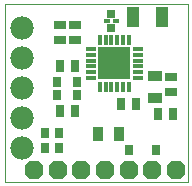
<source format=gts>
G75*
%MOIN*%
%OFA0B0*%
%FSLAX25Y25*%
%IPPOS*%
%LPD*%
%AMOC8*
5,1,8,0,0,1.08239X$1,22.5*
%
%ADD10C,0.00000*%
%ADD11R,0.03394X0.01394*%
%ADD12R,0.01394X0.03394*%
%ADD13R,0.10794X0.10794*%
%ADD14R,0.02756X0.03346*%
%ADD15R,0.02362X0.01575*%
%ADD16R,0.02559X0.02559*%
%ADD17R,0.04331X0.07087*%
%ADD18R,0.03150X0.03937*%
%ADD19R,0.05118X0.03543*%
%ADD20R,0.03937X0.03150*%
%ADD21R,0.03150X0.03543*%
%ADD22R,0.02874X0.03661*%
%ADD23OC8,0.06299*%
%ADD24C,0.07794*%
%ADD25R,0.03543X0.05118*%
D10*
X0034486Y0027830D02*
X0034486Y0086885D01*
X0095509Y0086885D01*
X0095509Y0027830D01*
X0034486Y0027830D01*
D11*
X0063350Y0062279D03*
X0063350Y0064247D03*
X0063350Y0066216D03*
X0063350Y0068184D03*
X0063350Y0070153D03*
X0063350Y0072121D03*
X0078850Y0072121D03*
X0078850Y0070153D03*
X0078850Y0068184D03*
X0078850Y0066216D03*
X0078850Y0064247D03*
X0078850Y0062279D03*
D12*
X0076021Y0059450D03*
X0074053Y0059450D03*
X0072084Y0059450D03*
X0070116Y0059450D03*
X0068147Y0059450D03*
X0066179Y0059450D03*
X0066179Y0074950D03*
X0068147Y0074950D03*
X0070116Y0074950D03*
X0072084Y0074950D03*
X0074053Y0074950D03*
X0076021Y0074950D03*
D13*
X0071100Y0067200D03*
D14*
X0058600Y0061157D03*
X0058600Y0056708D03*
X0052104Y0056708D03*
X0052104Y0061157D03*
D15*
X0068738Y0081373D03*
X0071494Y0081373D03*
D16*
X0070116Y0079011D03*
X0070116Y0083735D03*
D17*
X0077202Y0082751D03*
X0087045Y0082751D03*
D18*
X0057911Y0066216D03*
X0052793Y0066216D03*
X0052793Y0051452D03*
X0057911Y0051452D03*
X0073265Y0053814D03*
X0078383Y0053814D03*
X0085470Y0050271D03*
X0090588Y0050271D03*
D19*
X0084486Y0055783D03*
X0084486Y0062869D03*
D20*
X0089998Y0062672D03*
X0089998Y0057554D03*
X0058108Y0074877D03*
X0052990Y0074877D03*
X0052990Y0079995D03*
X0058108Y0079995D03*
D21*
X0052596Y0044169D03*
X0047872Y0044169D03*
X0047872Y0039050D03*
X0052596Y0039050D03*
D22*
X0076021Y0038263D03*
X0085076Y0038263D03*
D23*
X0083698Y0031767D03*
X0091572Y0031767D03*
X0075824Y0031767D03*
X0067950Y0031767D03*
X0060076Y0031767D03*
X0052202Y0031767D03*
X0044328Y0031767D03*
D24*
X0040391Y0038854D03*
X0040391Y0048854D03*
X0040391Y0058854D03*
X0040391Y0068854D03*
X0040391Y0078854D03*
D25*
X0065588Y0043578D03*
X0072675Y0043578D03*
M02*

</source>
